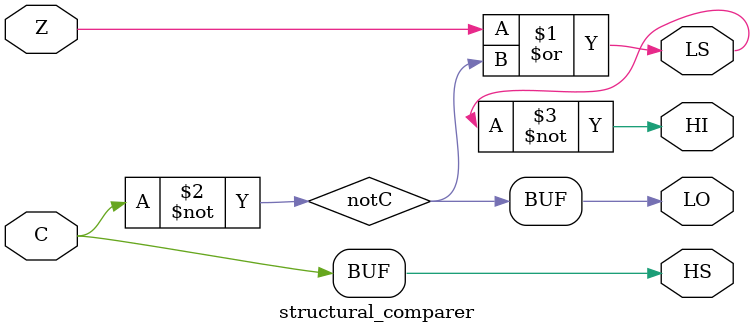
<source format=sv>

module structural_comparer(
    input logic Z, C,
    output logic HS, LS, HI, LO
);

// Instantiating the gates as needed
// NOT gate for inverting C
logic notC;
not u1(notC, C);

// OR gate for LS
or u2(LS, Z, notC);

// NOT gate to generate HI from the output of the OR gate (LS)
not u3(HI, LS);

// Direct connection for HS and NOT gate output for LO
assign HS = C;  // Directly connect HS to Z
assign LO = notC;  // LO is the inverted value of C

endmodule
</source>
